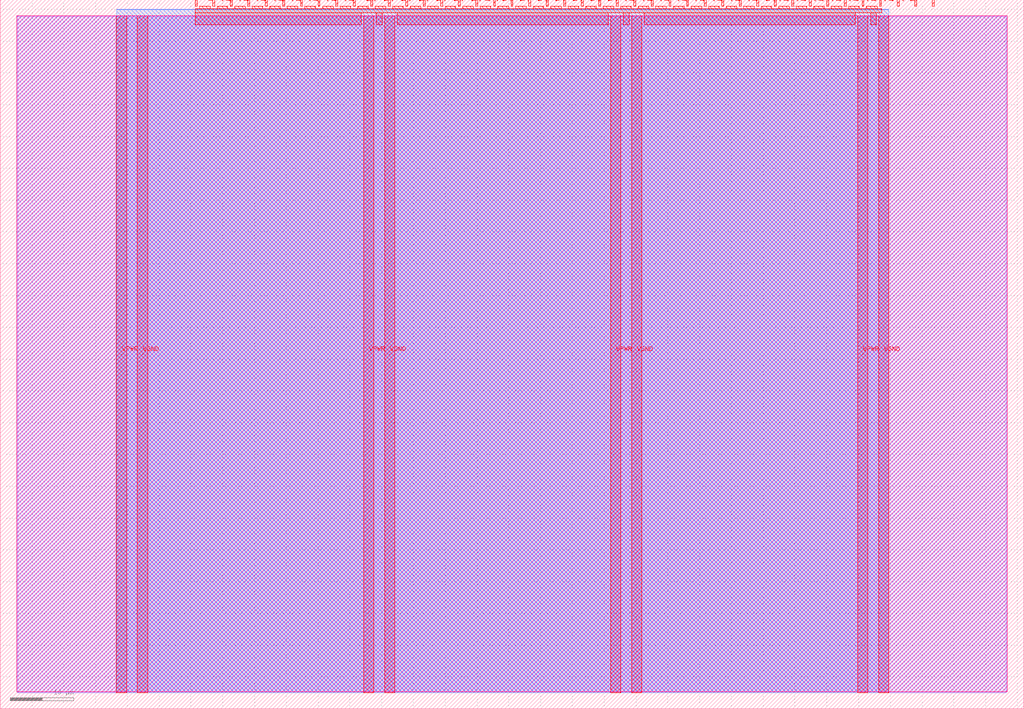
<source format=lef>
VERSION 5.7 ;
  NOWIREEXTENSIONATPIN ON ;
  DIVIDERCHAR "/" ;
  BUSBITCHARS "[]" ;
MACRO tt_um_SNPU
  CLASS BLOCK ;
  FOREIGN tt_um_SNPU ;
  ORIGIN 0.000 0.000 ;
  SIZE 161.000 BY 111.520 ;
  PIN VGND
    DIRECTION INOUT ;
    USE GROUND ;
    PORT
      LAYER met4 ;
        RECT 21.580 2.480 23.180 109.040 ;
    END
    PORT
      LAYER met4 ;
        RECT 60.450 2.480 62.050 109.040 ;
    END
    PORT
      LAYER met4 ;
        RECT 99.320 2.480 100.920 109.040 ;
    END
    PORT
      LAYER met4 ;
        RECT 138.190 2.480 139.790 109.040 ;
    END
  END VGND
  PIN VPWR
    DIRECTION INOUT ;
    USE POWER ;
    PORT
      LAYER met4 ;
        RECT 18.280 2.480 19.880 109.040 ;
    END
    PORT
      LAYER met4 ;
        RECT 57.150 2.480 58.750 109.040 ;
    END
    PORT
      LAYER met4 ;
        RECT 96.020 2.480 97.620 109.040 ;
    END
    PORT
      LAYER met4 ;
        RECT 134.890 2.480 136.490 109.040 ;
    END
  END VPWR
  PIN clk
    DIRECTION INPUT ;
    USE SIGNAL ;
    PORT
      LAYER met4 ;
        RECT 143.830 110.520 144.130 111.520 ;
    END
  END clk
  PIN ena
    DIRECTION INPUT ;
    USE SIGNAL ;
    PORT
      LAYER met4 ;
        RECT 146.590 110.520 146.890 111.520 ;
    END
  END ena
  PIN rst_n
    DIRECTION INPUT ;
    USE SIGNAL ;
    PORT
      LAYER met4 ;
        RECT 141.070 110.520 141.370 111.520 ;
    END
  END rst_n
  PIN ui_in[0]
    DIRECTION INPUT ;
    USE SIGNAL ;
    ANTENNAGATEAREA 0.196500 ;
    PORT
      LAYER met4 ;
        RECT 138.310 110.520 138.610 111.520 ;
    END
  END ui_in[0]
  PIN ui_in[1]
    DIRECTION INPUT ;
    USE SIGNAL ;
    PORT
      LAYER met4 ;
        RECT 135.550 110.520 135.850 111.520 ;
    END
  END ui_in[1]
  PIN ui_in[2]
    DIRECTION INPUT ;
    USE SIGNAL ;
    PORT
      LAYER met4 ;
        RECT 132.790 110.520 133.090 111.520 ;
    END
  END ui_in[2]
  PIN ui_in[3]
    DIRECTION INPUT ;
    USE SIGNAL ;
    PORT
      LAYER met4 ;
        RECT 130.030 110.520 130.330 111.520 ;
    END
  END ui_in[3]
  PIN ui_in[4]
    DIRECTION INPUT ;
    USE SIGNAL ;
    PORT
      LAYER met4 ;
        RECT 127.270 110.520 127.570 111.520 ;
    END
  END ui_in[4]
  PIN ui_in[5]
    DIRECTION INPUT ;
    USE SIGNAL ;
    PORT
      LAYER met4 ;
        RECT 124.510 110.520 124.810 111.520 ;
    END
  END ui_in[5]
  PIN ui_in[6]
    DIRECTION INPUT ;
    USE SIGNAL ;
    PORT
      LAYER met4 ;
        RECT 121.750 110.520 122.050 111.520 ;
    END
  END ui_in[6]
  PIN ui_in[7]
    DIRECTION INPUT ;
    USE SIGNAL ;
    PORT
      LAYER met4 ;
        RECT 118.990 110.520 119.290 111.520 ;
    END
  END ui_in[7]
  PIN uio_in[0]
    DIRECTION INPUT ;
    USE SIGNAL ;
    PORT
      LAYER met4 ;
        RECT 116.230 110.520 116.530 111.520 ;
    END
  END uio_in[0]
  PIN uio_in[1]
    DIRECTION INPUT ;
    USE SIGNAL ;
    PORT
      LAYER met4 ;
        RECT 113.470 110.520 113.770 111.520 ;
    END
  END uio_in[1]
  PIN uio_in[2]
    DIRECTION INPUT ;
    USE SIGNAL ;
    PORT
      LAYER met4 ;
        RECT 110.710 110.520 111.010 111.520 ;
    END
  END uio_in[2]
  PIN uio_in[3]
    DIRECTION INPUT ;
    USE SIGNAL ;
    PORT
      LAYER met4 ;
        RECT 107.950 110.520 108.250 111.520 ;
    END
  END uio_in[3]
  PIN uio_in[4]
    DIRECTION INPUT ;
    USE SIGNAL ;
    PORT
      LAYER met4 ;
        RECT 105.190 110.520 105.490 111.520 ;
    END
  END uio_in[4]
  PIN uio_in[5]
    DIRECTION INPUT ;
    USE SIGNAL ;
    PORT
      LAYER met4 ;
        RECT 102.430 110.520 102.730 111.520 ;
    END
  END uio_in[5]
  PIN uio_in[6]
    DIRECTION INPUT ;
    USE SIGNAL ;
    PORT
      LAYER met4 ;
        RECT 99.670 110.520 99.970 111.520 ;
    END
  END uio_in[6]
  PIN uio_in[7]
    DIRECTION INPUT ;
    USE SIGNAL ;
    PORT
      LAYER met4 ;
        RECT 96.910 110.520 97.210 111.520 ;
    END
  END uio_in[7]
  PIN uio_oe[0]
    DIRECTION OUTPUT ;
    USE SIGNAL ;
    PORT
      LAYER met4 ;
        RECT 49.990 110.520 50.290 111.520 ;
    END
  END uio_oe[0]
  PIN uio_oe[1]
    DIRECTION OUTPUT ;
    USE SIGNAL ;
    PORT
      LAYER met4 ;
        RECT 47.230 110.520 47.530 111.520 ;
    END
  END uio_oe[1]
  PIN uio_oe[2]
    DIRECTION OUTPUT ;
    USE SIGNAL ;
    PORT
      LAYER met4 ;
        RECT 44.470 110.520 44.770 111.520 ;
    END
  END uio_oe[2]
  PIN uio_oe[3]
    DIRECTION OUTPUT ;
    USE SIGNAL ;
    PORT
      LAYER met4 ;
        RECT 41.710 110.520 42.010 111.520 ;
    END
  END uio_oe[3]
  PIN uio_oe[4]
    DIRECTION OUTPUT ;
    USE SIGNAL ;
    PORT
      LAYER met4 ;
        RECT 38.950 110.520 39.250 111.520 ;
    END
  END uio_oe[4]
  PIN uio_oe[5]
    DIRECTION OUTPUT ;
    USE SIGNAL ;
    PORT
      LAYER met4 ;
        RECT 36.190 110.520 36.490 111.520 ;
    END
  END uio_oe[5]
  PIN uio_oe[6]
    DIRECTION OUTPUT ;
    USE SIGNAL ;
    PORT
      LAYER met4 ;
        RECT 33.430 110.520 33.730 111.520 ;
    END
  END uio_oe[6]
  PIN uio_oe[7]
    DIRECTION OUTPUT ;
    USE SIGNAL ;
    PORT
      LAYER met4 ;
        RECT 30.670 110.520 30.970 111.520 ;
    END
  END uio_oe[7]
  PIN uio_out[0]
    DIRECTION OUTPUT ;
    USE SIGNAL ;
    ANTENNADIFFAREA 0.445500 ;
    PORT
      LAYER met4 ;
        RECT 72.070 110.520 72.370 111.520 ;
    END
  END uio_out[0]
  PIN uio_out[1]
    DIRECTION OUTPUT ;
    USE SIGNAL ;
    ANTENNADIFFAREA 0.445500 ;
    PORT
      LAYER met4 ;
        RECT 69.310 110.520 69.610 111.520 ;
    END
  END uio_out[1]
  PIN uio_out[2]
    DIRECTION OUTPUT ;
    USE SIGNAL ;
    ANTENNADIFFAREA 0.445500 ;
    PORT
      LAYER met4 ;
        RECT 66.550 110.520 66.850 111.520 ;
    END
  END uio_out[2]
  PIN uio_out[3]
    DIRECTION OUTPUT ;
    USE SIGNAL ;
    ANTENNADIFFAREA 0.445500 ;
    PORT
      LAYER met4 ;
        RECT 63.790 110.520 64.090 111.520 ;
    END
  END uio_out[3]
  PIN uio_out[4]
    DIRECTION OUTPUT ;
    USE SIGNAL ;
    ANTENNADIFFAREA 0.445500 ;
    PORT
      LAYER met4 ;
        RECT 61.030 110.520 61.330 111.520 ;
    END
  END uio_out[4]
  PIN uio_out[5]
    DIRECTION OUTPUT ;
    USE SIGNAL ;
    ANTENNADIFFAREA 0.445500 ;
    PORT
      LAYER met4 ;
        RECT 58.270 110.520 58.570 111.520 ;
    END
  END uio_out[5]
  PIN uio_out[6]
    DIRECTION OUTPUT ;
    USE SIGNAL ;
    ANTENNADIFFAREA 0.445500 ;
    PORT
      LAYER met4 ;
        RECT 55.510 110.520 55.810 111.520 ;
    END
  END uio_out[6]
  PIN uio_out[7]
    DIRECTION OUTPUT ;
    USE SIGNAL ;
    ANTENNADIFFAREA 0.445500 ;
    PORT
      LAYER met4 ;
        RECT 52.750 110.520 53.050 111.520 ;
    END
  END uio_out[7]
  PIN uo_out[0]
    DIRECTION OUTPUT ;
    USE SIGNAL ;
    ANTENNADIFFAREA 0.445500 ;
    PORT
      LAYER met4 ;
        RECT 94.150 110.520 94.450 111.520 ;
    END
  END uo_out[0]
  PIN uo_out[1]
    DIRECTION OUTPUT ;
    USE SIGNAL ;
    ANTENNADIFFAREA 0.445500 ;
    PORT
      LAYER met4 ;
        RECT 91.390 110.520 91.690 111.520 ;
    END
  END uo_out[1]
  PIN uo_out[2]
    DIRECTION OUTPUT ;
    USE SIGNAL ;
    ANTENNADIFFAREA 0.445500 ;
    PORT
      LAYER met4 ;
        RECT 88.630 110.520 88.930 111.520 ;
    END
  END uo_out[2]
  PIN uo_out[3]
    DIRECTION OUTPUT ;
    USE SIGNAL ;
    ANTENNADIFFAREA 0.445500 ;
    PORT
      LAYER met4 ;
        RECT 85.870 110.520 86.170 111.520 ;
    END
  END uo_out[3]
  PIN uo_out[4]
    DIRECTION OUTPUT ;
    USE SIGNAL ;
    ANTENNADIFFAREA 0.445500 ;
    PORT
      LAYER met4 ;
        RECT 83.110 110.520 83.410 111.520 ;
    END
  END uo_out[4]
  PIN uo_out[5]
    DIRECTION OUTPUT ;
    USE SIGNAL ;
    ANTENNADIFFAREA 0.445500 ;
    PORT
      LAYER met4 ;
        RECT 80.350 110.520 80.650 111.520 ;
    END
  END uo_out[5]
  PIN uo_out[6]
    DIRECTION OUTPUT ;
    USE SIGNAL ;
    ANTENNADIFFAREA 0.445500 ;
    PORT
      LAYER met4 ;
        RECT 77.590 110.520 77.890 111.520 ;
    END
  END uo_out[6]
  PIN uo_out[7]
    DIRECTION OUTPUT ;
    USE SIGNAL ;
    ANTENNADIFFAREA 0.445500 ;
    PORT
      LAYER met4 ;
        RECT 74.830 110.520 75.130 111.520 ;
    END
  END uo_out[7]
  OBS
      LAYER nwell ;
        RECT 2.570 2.635 158.430 108.990 ;
      LAYER li1 ;
        RECT 2.760 2.635 158.240 108.885 ;
      LAYER met1 ;
        RECT 2.760 2.480 158.240 109.040 ;
      LAYER met2 ;
        RECT 18.310 2.535 139.760 110.005 ;
      LAYER met3 ;
        RECT 18.290 2.555 139.780 109.985 ;
      LAYER met4 ;
        RECT 31.370 110.120 33.030 110.520 ;
        RECT 34.130 110.120 35.790 110.520 ;
        RECT 36.890 110.120 38.550 110.520 ;
        RECT 39.650 110.120 41.310 110.520 ;
        RECT 42.410 110.120 44.070 110.520 ;
        RECT 45.170 110.120 46.830 110.520 ;
        RECT 47.930 110.120 49.590 110.520 ;
        RECT 50.690 110.120 52.350 110.520 ;
        RECT 53.450 110.120 55.110 110.520 ;
        RECT 56.210 110.120 57.870 110.520 ;
        RECT 58.970 110.120 60.630 110.520 ;
        RECT 61.730 110.120 63.390 110.520 ;
        RECT 64.490 110.120 66.150 110.520 ;
        RECT 67.250 110.120 68.910 110.520 ;
        RECT 70.010 110.120 71.670 110.520 ;
        RECT 72.770 110.120 74.430 110.520 ;
        RECT 75.530 110.120 77.190 110.520 ;
        RECT 78.290 110.120 79.950 110.520 ;
        RECT 81.050 110.120 82.710 110.520 ;
        RECT 83.810 110.120 85.470 110.520 ;
        RECT 86.570 110.120 88.230 110.520 ;
        RECT 89.330 110.120 90.990 110.520 ;
        RECT 92.090 110.120 93.750 110.520 ;
        RECT 94.850 110.120 96.510 110.520 ;
        RECT 97.610 110.120 99.270 110.520 ;
        RECT 100.370 110.120 102.030 110.520 ;
        RECT 103.130 110.120 104.790 110.520 ;
        RECT 105.890 110.120 107.550 110.520 ;
        RECT 108.650 110.120 110.310 110.520 ;
        RECT 111.410 110.120 113.070 110.520 ;
        RECT 114.170 110.120 115.830 110.520 ;
        RECT 116.930 110.120 118.590 110.520 ;
        RECT 119.690 110.120 121.350 110.520 ;
        RECT 122.450 110.120 124.110 110.520 ;
        RECT 125.210 110.120 126.870 110.520 ;
        RECT 127.970 110.120 129.630 110.520 ;
        RECT 130.730 110.120 132.390 110.520 ;
        RECT 133.490 110.120 135.150 110.520 ;
        RECT 136.250 110.120 137.910 110.520 ;
        RECT 30.655 109.440 138.625 110.120 ;
        RECT 30.655 107.615 56.750 109.440 ;
        RECT 59.150 107.615 60.050 109.440 ;
        RECT 62.450 107.615 95.620 109.440 ;
        RECT 98.020 107.615 98.920 109.440 ;
        RECT 101.320 107.615 134.490 109.440 ;
        RECT 136.890 107.615 137.790 109.440 ;
  END
END tt_um_SNPU
END LIBRARY


</source>
